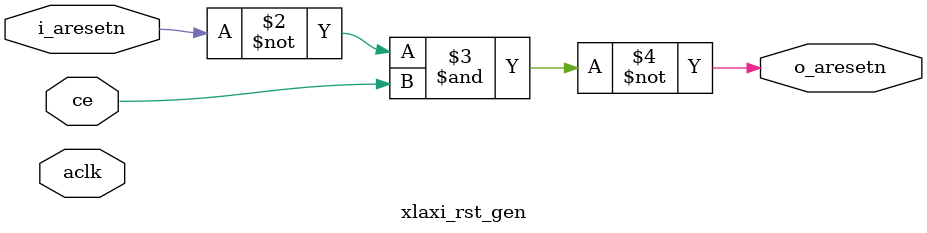
<source format=v>

module xlaxi_rst_gen (aclk, i_aresetn, ce, o_aresetn);
   parameter has_aresetn = -1;
   input aclk, i_aresetn, ce;
   output o_aresetn;
   reg reset_gen1 = 1'b0;
   reg reset_gen_d1 = 1'b0;
   reg reset_gen_d2 = 1'b0;
        always @(posedge aclk)
        begin
                        reset_gen1 <= 1'b1;
                        reset_gen_d1 <= reset_gen1;
                        reset_gen_d2 <= reset_gen_d1;
        end
  if(has_aresetn == 0)
        assign o_aresetn = reset_gen_d2;
  else
    assign o_aresetn = ~((~i_aresetn) & ce);
endmodule

</source>
